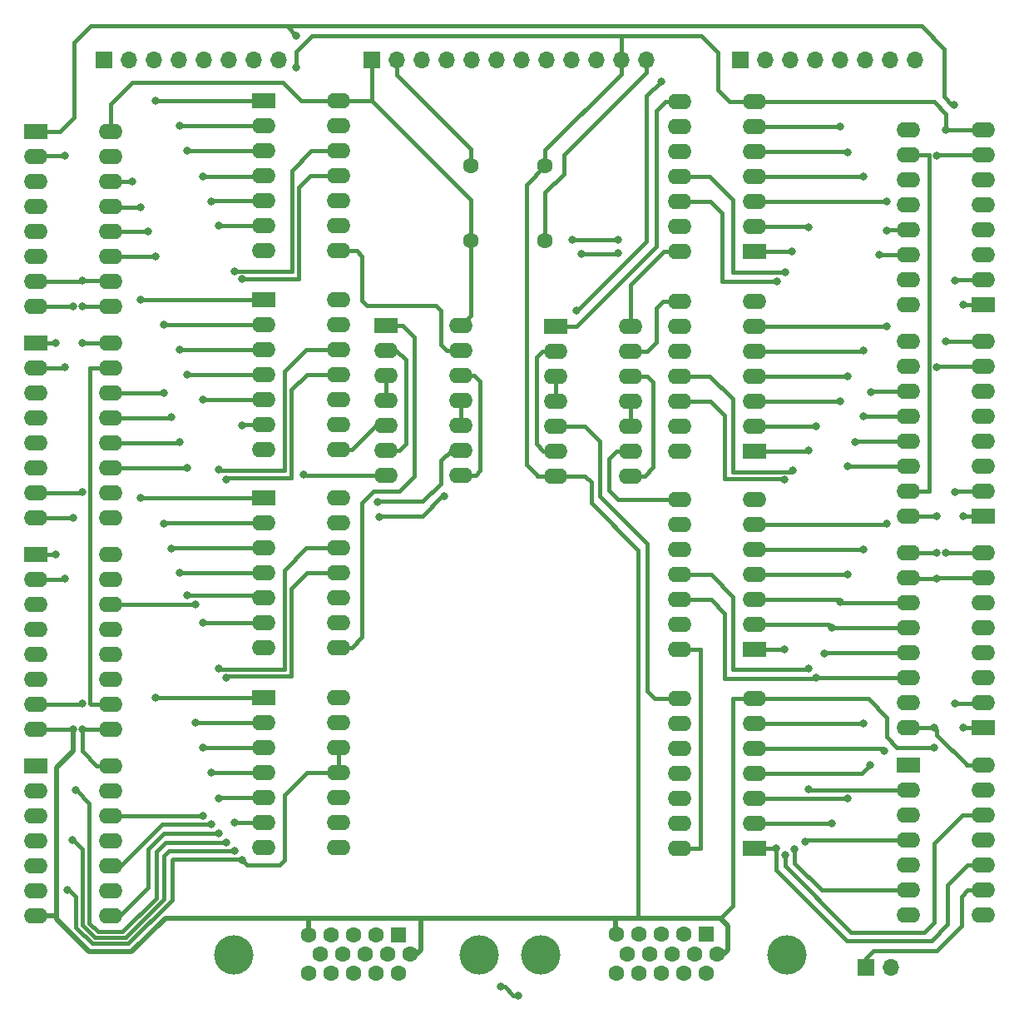
<source format=gbr>
%TF.GenerationSoftware,KiCad,Pcbnew,(6.0.5)*%
%TF.CreationDate,2023-01-07T10:16:58+02:00*%
%TF.ProjectId,VIDEOCARD_SCREENSYNC2.0,56494445-4f43-4415-9244-5f5343524545,rev?*%
%TF.SameCoordinates,Original*%
%TF.FileFunction,Copper,L1,Top*%
%TF.FilePolarity,Positive*%
%FSLAX46Y46*%
G04 Gerber Fmt 4.6, Leading zero omitted, Abs format (unit mm)*
G04 Created by KiCad (PCBNEW (6.0.5)) date 2023-01-07 10:16:58*
%MOMM*%
%LPD*%
G01*
G04 APERTURE LIST*
%TA.AperFunction,ComponentPad*%
%ADD10R,1.700000X1.700000*%
%TD*%
%TA.AperFunction,ComponentPad*%
%ADD11O,1.700000X1.700000*%
%TD*%
%TA.AperFunction,ComponentPad*%
%ADD12R,2.400000X1.600000*%
%TD*%
%TA.AperFunction,ComponentPad*%
%ADD13O,2.400000X1.600000*%
%TD*%
%TA.AperFunction,ComponentPad*%
%ADD14C,4.000000*%
%TD*%
%TA.AperFunction,ComponentPad*%
%ADD15R,1.600000X1.600000*%
%TD*%
%TA.AperFunction,ComponentPad*%
%ADD16C,1.600000*%
%TD*%
%TA.AperFunction,ViaPad*%
%ADD17C,0.800000*%
%TD*%
%TA.AperFunction,Conductor*%
%ADD18C,0.400000*%
%TD*%
%TA.AperFunction,Conductor*%
%ADD19C,0.500000*%
%TD*%
%TA.AperFunction,Conductor*%
%ADD20C,0.150000*%
%TD*%
%TA.AperFunction,Conductor*%
%ADD21C,0.300000*%
%TD*%
G04 APERTURE END LIST*
D10*
%TO.P,REF\u002A\u002A,1*%
%TO.N,N/C*%
X179725000Y-144600000D03*
D11*
%TO.P,REF\u002A\u002A,2*%
X182265000Y-144600000D03*
%TD*%
D12*
%TO.P,74LS161,1*%
%TO.N,N/C*%
X191700000Y-77270000D03*
D13*
%TO.P,74LS161,2*%
X191700000Y-74730000D03*
%TO.P,74LS161,3*%
X191700000Y-72190000D03*
%TO.P,74LS161,4*%
X191700000Y-69650000D03*
%TO.P,74LS161,5*%
X191700000Y-67110000D03*
%TO.P,74LS161,6*%
X191700000Y-64570000D03*
%TO.P,74LS161,7*%
X191700000Y-62030000D03*
%TO.P,74LS161,8*%
X191700000Y-59490000D03*
%TO.P,74LS161,9*%
X184080000Y-59490000D03*
%TO.P,74LS161,10*%
X184080000Y-62030000D03*
%TO.P,74LS161,11*%
X184080000Y-64570000D03*
%TO.P,74LS161,12*%
X184080000Y-67110000D03*
%TO.P,74LS161,13*%
X184080000Y-69650000D03*
%TO.P,74LS161,14*%
X184080000Y-72190000D03*
%TO.P,74LS161,15*%
X184080000Y-74730000D03*
%TO.P,74LS161,16*%
X184080000Y-77270000D03*
%TD*%
D12*
%TO.P,74LS161,1*%
%TO.N,N/C*%
X95300000Y-102600000D03*
D13*
%TO.P,74LS161,2*%
X95300000Y-105140000D03*
%TO.P,74LS161,3*%
X95300000Y-107680000D03*
%TO.P,74LS161,4*%
X95300000Y-110220000D03*
%TO.P,74LS161,5*%
X95300000Y-112760000D03*
%TO.P,74LS161,6*%
X95300000Y-115300000D03*
%TO.P,74LS161,7*%
X95300000Y-117840000D03*
%TO.P,74LS161,8*%
X95300000Y-120380000D03*
%TO.P,74LS161,9*%
X102920000Y-120380000D03*
%TO.P,74LS161,10*%
X102920000Y-117840000D03*
%TO.P,74LS161,11*%
X102920000Y-115300000D03*
%TO.P,74LS161,12*%
X102920000Y-112760000D03*
%TO.P,74LS161,13*%
X102920000Y-110220000D03*
%TO.P,74LS161,14*%
X102920000Y-107680000D03*
%TO.P,74LS161,15*%
X102920000Y-105140000D03*
%TO.P,74LS161,16*%
X102920000Y-102600000D03*
%TD*%
D10*
%TO.P,REF\u002A\u002A,1*%
%TO.N,N/C*%
X129445000Y-52305000D03*
D11*
%TO.P,REF\u002A\u002A,2*%
X131985000Y-52305000D03*
%TO.P,REF\u002A\u002A,3*%
X134525000Y-52305000D03*
%TO.P,REF\u002A\u002A,4*%
X137065000Y-52305000D03*
%TO.P,REF\u002A\u002A,5*%
X139605000Y-52305000D03*
%TO.P,REF\u002A\u002A,6*%
X142145000Y-52305000D03*
%TO.P,REF\u002A\u002A,7*%
X144685000Y-52305000D03*
%TO.P,REF\u002A\u002A,8*%
X147225000Y-52305000D03*
%TO.P,REF\u002A\u002A,9*%
X149765000Y-52305000D03*
%TO.P,REF\u002A\u002A,10*%
X152305000Y-52305000D03*
%TO.P,REF\u002A\u002A,11*%
X154845000Y-52305000D03*
%TO.P,REF\u002A\u002A,12*%
X157385000Y-52305000D03*
%TD*%
D12*
%TO.P,74LS30,1*%
%TO.N,N/C*%
X168400000Y-71820000D03*
D13*
%TO.P,74LS30,2*%
X168400000Y-69280000D03*
%TO.P,74LS30,3*%
X168400000Y-66740000D03*
%TO.P,74LS30,4*%
X168400000Y-64200000D03*
%TO.P,74LS30,5*%
X168400000Y-61660000D03*
%TO.P,74LS30,6*%
X168400000Y-59120000D03*
%TO.P,74LS30,7*%
X168400000Y-56580000D03*
%TO.P,74LS30,8*%
X160780000Y-56580000D03*
%TO.P,74LS30,9*%
X160780000Y-59120000D03*
%TO.P,74LS30,10*%
X160780000Y-61660000D03*
%TO.P,74LS30,11*%
X160780000Y-64200000D03*
%TO.P,74LS30,12*%
X160780000Y-66740000D03*
%TO.P,74LS30,13*%
X160780000Y-69280000D03*
%TO.P,74LS30,14*%
X160780000Y-71820000D03*
%TD*%
D12*
%TO.P,74LS30,1*%
%TO.N,N/C*%
X168400000Y-132520000D03*
D13*
%TO.P,74LS30,2*%
X168400000Y-129980000D03*
%TO.P,74LS30,3*%
X168400000Y-127440000D03*
%TO.P,74LS30,4*%
X168400000Y-124900000D03*
%TO.P,74LS30,5*%
X168400000Y-122360000D03*
%TO.P,74LS30,6*%
X168400000Y-119820000D03*
%TO.P,74LS30,7*%
X168400000Y-117280000D03*
%TO.P,74LS30,8*%
X160780000Y-117280000D03*
%TO.P,74LS30,9*%
X160780000Y-119820000D03*
%TO.P,74LS30,10*%
X160780000Y-122360000D03*
%TO.P,74LS30,11*%
X160780000Y-124900000D03*
%TO.P,74LS30,12*%
X160780000Y-127440000D03*
%TO.P,74LS30,13*%
X160780000Y-129980000D03*
%TO.P,74LS30,14*%
X160780000Y-132520000D03*
%TD*%
D10*
%TO.P,REF\u002A\u002A,1*%
%TO.N,N/C*%
X166945000Y-52305000D03*
D11*
%TO.P,REF\u002A\u002A,2*%
X169485000Y-52305000D03*
%TO.P,REF\u002A\u002A,3*%
X172025000Y-52305000D03*
%TO.P,REF\u002A\u002A,4*%
X174565000Y-52305000D03*
%TO.P,REF\u002A\u002A,5*%
X177105000Y-52305000D03*
%TO.P,REF\u002A\u002A,6*%
X179645000Y-52305000D03*
%TO.P,REF\u002A\u002A,7*%
X182185000Y-52305000D03*
%TO.P,REF\u002A\u002A,8*%
X184725000Y-52305000D03*
%TD*%
D12*
%TO.P,74LS00,1*%
%TO.N,N/C*%
X148220000Y-79405000D03*
D13*
%TO.P,74LS00,2*%
X148220000Y-81945000D03*
%TO.P,74LS00,3*%
X148220000Y-84485000D03*
%TO.P,74LS00,4*%
X148220000Y-87025000D03*
%TO.P,74LS00,5*%
X148220000Y-89565000D03*
%TO.P,74LS00,6*%
X148220000Y-92105000D03*
%TO.P,74LS00,7*%
X148220000Y-94645000D03*
%TO.P,74LS00,8*%
X155840000Y-94645000D03*
%TO.P,74LS00,9*%
X155840000Y-92105000D03*
%TO.P,74LS00,10*%
X155840000Y-89565000D03*
%TO.P,74LS00,11*%
X155840000Y-87025000D03*
%TO.P,74LS00,12*%
X155840000Y-84485000D03*
%TO.P,74LS00,13*%
X155840000Y-81945000D03*
%TO.P,74LS00,14*%
X155840000Y-79405000D03*
%TD*%
D12*
%TO.P,74LS30,1*%
%TO.N,N/C*%
X118500000Y-56500000D03*
D13*
%TO.P,74LS30,2*%
X118500000Y-59040000D03*
%TO.P,74LS30,3*%
X118500000Y-61580000D03*
%TO.P,74LS30,4*%
X118500000Y-64120000D03*
%TO.P,74LS30,5*%
X118500000Y-66660000D03*
%TO.P,74LS30,6*%
X118500000Y-69200000D03*
%TO.P,74LS30,7*%
X118500000Y-71740000D03*
%TO.P,74LS30,8*%
X126120000Y-71740000D03*
%TO.P,74LS30,9*%
X126120000Y-69200000D03*
%TO.P,74LS30,10*%
X126120000Y-66660000D03*
%TO.P,74LS30,11*%
X126120000Y-64120000D03*
%TO.P,74LS30,12*%
X126120000Y-61580000D03*
%TO.P,74LS30,13*%
X126120000Y-59040000D03*
%TO.P,74LS30,14*%
X126120000Y-56500000D03*
%TD*%
D12*
%TO.P,74LS00,1*%
%TO.N,N/C*%
X130920000Y-79330000D03*
D13*
%TO.P,74LS00,2*%
X130920000Y-81870000D03*
%TO.P,74LS00,3*%
X130920000Y-84410000D03*
%TO.P,74LS00,4*%
X130920000Y-86950000D03*
%TO.P,74LS00,5*%
X130920000Y-89490000D03*
%TO.P,74LS00,6*%
X130920000Y-92030000D03*
%TO.P,74LS00,7*%
X130920000Y-94570000D03*
%TO.P,74LS00,8*%
X138540000Y-94570000D03*
%TO.P,74LS00,9*%
X138540000Y-92030000D03*
%TO.P,74LS00,10*%
X138540000Y-89490000D03*
%TO.P,74LS00,11*%
X138540000Y-86950000D03*
%TO.P,74LS00,12*%
X138540000Y-84410000D03*
%TO.P,74LS00,13*%
X138540000Y-81870000D03*
%TO.P,74LS00,14*%
X138540000Y-79330000D03*
%TD*%
D12*
%TO.P,74LS161,1*%
%TO.N,N/C*%
X191700000Y-98770000D03*
D13*
%TO.P,74LS161,2*%
X191700000Y-96230000D03*
%TO.P,74LS161,3*%
X191700000Y-93690000D03*
%TO.P,74LS161,4*%
X191700000Y-91150000D03*
%TO.P,74LS161,5*%
X191700000Y-88610000D03*
%TO.P,74LS161,6*%
X191700000Y-86070000D03*
%TO.P,74LS161,7*%
X191700000Y-83530000D03*
%TO.P,74LS161,8*%
X191700000Y-80990000D03*
%TO.P,74LS161,9*%
X184080000Y-80990000D03*
%TO.P,74LS161,10*%
X184080000Y-83530000D03*
%TO.P,74LS161,11*%
X184080000Y-86070000D03*
%TO.P,74LS161,12*%
X184080000Y-88610000D03*
%TO.P,74LS161,13*%
X184080000Y-91150000D03*
%TO.P,74LS161,14*%
X184080000Y-93690000D03*
%TO.P,74LS161,15*%
X184080000Y-96230000D03*
%TO.P,74LS161,16*%
X184080000Y-98770000D03*
%TD*%
D12*
%TO.P,74LS161,1*%
%TO.N,N/C*%
X191700000Y-120270000D03*
D13*
%TO.P,74LS161,2*%
X191700000Y-117730000D03*
%TO.P,74LS161,3*%
X191700000Y-115190000D03*
%TO.P,74LS161,4*%
X191700000Y-112650000D03*
%TO.P,74LS161,5*%
X191700000Y-110110000D03*
%TO.P,74LS161,6*%
X191700000Y-107570000D03*
%TO.P,74LS161,7*%
X191700000Y-105030000D03*
%TO.P,74LS161,8*%
X191700000Y-102490000D03*
%TO.P,74LS161,9*%
X184080000Y-102490000D03*
%TO.P,74LS161,10*%
X184080000Y-105030000D03*
%TO.P,74LS161,11*%
X184080000Y-107570000D03*
%TO.P,74LS161,12*%
X184080000Y-110110000D03*
%TO.P,74LS161,13*%
X184080000Y-112650000D03*
%TO.P,74LS161,14*%
X184080000Y-115190000D03*
%TO.P,74LS161,15*%
X184080000Y-117730000D03*
%TO.P,74LS161,16*%
X184080000Y-120270000D03*
%TD*%
D12*
%TO.P,74LS04,1*%
%TO.N,N/C*%
X95300000Y-124100000D03*
D13*
%TO.P,74LS04,2*%
X95300000Y-126640000D03*
%TO.P,74LS04,3*%
X95300000Y-129180000D03*
%TO.P,74LS04,4*%
X95300000Y-131720000D03*
%TO.P,74LS04,5*%
X95300000Y-134260000D03*
%TO.P,74LS04,6*%
X95300000Y-136800000D03*
%TO.P,74LS04,7*%
X95300000Y-139340000D03*
%TO.P,74LS04,8*%
X102920000Y-139340000D03*
%TO.P,74LS04,9*%
X102920000Y-136800000D03*
%TO.P,74LS04,10*%
X102920000Y-134260000D03*
%TO.P,74LS04,11*%
X102920000Y-131720000D03*
%TO.P,74LS04,12*%
X102920000Y-129180000D03*
%TO.P,74LS04,13*%
X102920000Y-126640000D03*
%TO.P,74LS04,14*%
X102920000Y-124100000D03*
%TD*%
D14*
%TO.P,VGA PORT 1,0*%
%TO.N,N/C*%
X115395000Y-143330000D03*
X140395000Y-143330000D03*
D15*
%TO.P,VGA PORT 1,1*%
X132210000Y-141280000D03*
D16*
%TO.P,VGA PORT 1,2*%
X129920000Y-141280000D03*
%TO.P,VGA PORT 1,3*%
X127630000Y-141280000D03*
%TO.P,VGA PORT 1,4*%
X125340000Y-141280000D03*
%TO.P,VGA PORT 1,5*%
X123050000Y-141280000D03*
%TO.P,VGA PORT 1,6*%
X133355000Y-143260000D03*
%TO.P,VGA PORT 1,7*%
X131065000Y-143260000D03*
%TO.P,VGA PORT 1,8*%
X128775000Y-143260000D03*
%TO.P,VGA PORT 1,9*%
X126485000Y-143260000D03*
%TO.P,VGA PORT 1,10*%
X124195000Y-143260000D03*
%TO.P,VGA PORT 1,11*%
X132210000Y-145240000D03*
%TO.P,VGA PORT 1,12*%
X129920000Y-145240000D03*
%TO.P,VGA PORT 1,13*%
X127630000Y-145240000D03*
%TO.P,VGA PORT 1,14*%
X125340000Y-145240000D03*
%TO.P,VGA PORT 1,15*%
X123050000Y-145240000D03*
%TD*%
D12*
%TO.P,74LS30,1*%
%TO.N,N/C*%
X168400000Y-92120000D03*
D13*
%TO.P,74LS30,2*%
X168400000Y-89580000D03*
%TO.P,74LS30,3*%
X168400000Y-87040000D03*
%TO.P,74LS30,4*%
X168400000Y-84500000D03*
%TO.P,74LS30,5*%
X168400000Y-81960000D03*
%TO.P,74LS30,6*%
X168400000Y-79420000D03*
%TO.P,74LS30,7*%
X168400000Y-76880000D03*
%TO.P,74LS30,8*%
X160780000Y-76880000D03*
%TO.P,74LS30,9*%
X160780000Y-79420000D03*
%TO.P,74LS30,10*%
X160780000Y-81960000D03*
%TO.P,74LS30,11*%
X160780000Y-84500000D03*
%TO.P,74LS30,12*%
X160780000Y-87040000D03*
%TO.P,74LS30,13*%
X160780000Y-89580000D03*
%TO.P,74LS30,14*%
X160780000Y-92120000D03*
%TD*%
D12*
%TO.P,74LS04,1*%
%TO.N,N/C*%
X184100000Y-124090000D03*
D13*
%TO.P,74LS04,2*%
X184100000Y-126630000D03*
%TO.P,74LS04,3*%
X184100000Y-129170000D03*
%TO.P,74LS04,4*%
X184100000Y-131710000D03*
%TO.P,74LS04,5*%
X184100000Y-134250000D03*
%TO.P,74LS04,6*%
X184100000Y-136790000D03*
%TO.P,74LS04,7*%
X184100000Y-139330000D03*
%TO.P,74LS04,8*%
X191720000Y-139330000D03*
%TO.P,74LS04,9*%
X191720000Y-136790000D03*
%TO.P,74LS04,10*%
X191720000Y-134250000D03*
%TO.P,74LS04,11*%
X191720000Y-131710000D03*
%TO.P,74LS04,12*%
X191720000Y-129170000D03*
%TO.P,74LS04,13*%
X191720000Y-126630000D03*
%TO.P,74LS04,14*%
X191720000Y-124090000D03*
%TD*%
D10*
%TO.P,REF\u002A\u002A,1*%
%TO.N,N/C*%
X102220000Y-52330000D03*
D11*
%TO.P,REF\u002A\u002A,2*%
X104760000Y-52330000D03*
%TO.P,REF\u002A\u002A,3*%
X107300000Y-52330000D03*
%TO.P,REF\u002A\u002A,4*%
X109840000Y-52330000D03*
%TO.P,REF\u002A\u002A,5*%
X112380000Y-52330000D03*
%TO.P,REF\u002A\u002A,6*%
X114920000Y-52330000D03*
%TO.P,REF\u002A\u002A,7*%
X117460000Y-52330000D03*
%TO.P,REF\u002A\u002A,8*%
X120000000Y-52330000D03*
%TD*%
D12*
%TO.P,74LS161,1*%
%TO.N,N/C*%
X95300000Y-59600000D03*
D13*
%TO.P,74LS161,2*%
X95300000Y-62140000D03*
%TO.P,74LS161,3*%
X95300000Y-64680000D03*
%TO.P,74LS161,4*%
X95300000Y-67220000D03*
%TO.P,74LS161,5*%
X95300000Y-69760000D03*
%TO.P,74LS161,6*%
X95300000Y-72300000D03*
%TO.P,74LS161,7*%
X95300000Y-74840000D03*
%TO.P,74LS161,8*%
X95300000Y-77380000D03*
%TO.P,74LS161,9*%
X102920000Y-77380000D03*
%TO.P,74LS161,10*%
X102920000Y-74840000D03*
%TO.P,74LS161,11*%
X102920000Y-72300000D03*
%TO.P,74LS161,12*%
X102920000Y-69760000D03*
%TO.P,74LS161,13*%
X102920000Y-67220000D03*
%TO.P,74LS161,14*%
X102920000Y-64680000D03*
%TO.P,74LS161,15*%
X102920000Y-62140000D03*
%TO.P,74LS161,16*%
X102920000Y-59600000D03*
%TD*%
D14*
%TO.P,VGA PORT 2,0*%
%TO.N,N/C*%
X146690000Y-143320000D03*
X171690000Y-143320000D03*
D15*
%TO.P,VGA PORT 2,1*%
X163505000Y-141270000D03*
D16*
%TO.P,VGA PORT 2,2*%
X161215000Y-141270000D03*
%TO.P,VGA PORT 2,3*%
X158925000Y-141270000D03*
%TO.P,VGA PORT 2,4*%
X156635000Y-141270000D03*
%TO.P,VGA PORT 2,5*%
X154345000Y-141270000D03*
%TO.P,VGA PORT 2,6*%
X164650000Y-143250000D03*
%TO.P,VGA PORT 2,7*%
X162360000Y-143250000D03*
%TO.P,VGA PORT 2,8*%
X160070000Y-143250000D03*
%TO.P,VGA PORT 2,9*%
X157780000Y-143250000D03*
%TO.P,VGA PORT 2,10*%
X155490000Y-143250000D03*
%TO.P,VGA PORT 2,11*%
X163505000Y-145230000D03*
%TO.P,VGA PORT 2,12*%
X161215000Y-145230000D03*
%TO.P,VGA PORT 2,13*%
X158925000Y-145230000D03*
%TO.P,VGA PORT 2,14*%
X156635000Y-145230000D03*
%TO.P,VGA PORT 2,15*%
X154345000Y-145230000D03*
%TD*%
D12*
%TO.P,74LS30,1*%
%TO.N,N/C*%
X118500000Y-96900000D03*
D13*
%TO.P,74LS30,2*%
X118500000Y-99440000D03*
%TO.P,74LS30,3*%
X118500000Y-101980000D03*
%TO.P,74LS30,4*%
X118500000Y-104520000D03*
%TO.P,74LS30,5*%
X118500000Y-107060000D03*
%TO.P,74LS30,6*%
X118500000Y-109600000D03*
%TO.P,74LS30,7*%
X118500000Y-112140000D03*
%TO.P,74LS30,8*%
X126120000Y-112140000D03*
%TO.P,74LS30,9*%
X126120000Y-109600000D03*
%TO.P,74LS30,10*%
X126120000Y-107060000D03*
%TO.P,74LS30,11*%
X126120000Y-104520000D03*
%TO.P,74LS30,12*%
X126120000Y-101980000D03*
%TO.P,74LS30,13*%
X126120000Y-99440000D03*
%TO.P,74LS30,14*%
X126120000Y-96900000D03*
%TD*%
D12*
%TO.P,74LS30,1*%
%TO.N,N/C*%
X118500000Y-76700000D03*
D13*
%TO.P,74LS30,2*%
X118500000Y-79240000D03*
%TO.P,74LS30,3*%
X118500000Y-81780000D03*
%TO.P,74LS30,4*%
X118500000Y-84320000D03*
%TO.P,74LS30,5*%
X118500000Y-86860000D03*
%TO.P,74LS30,6*%
X118500000Y-89400000D03*
%TO.P,74LS30,7*%
X118500000Y-91940000D03*
%TO.P,74LS30,8*%
X126120000Y-91940000D03*
%TO.P,74LS30,9*%
X126120000Y-89400000D03*
%TO.P,74LS30,10*%
X126120000Y-86860000D03*
%TO.P,74LS30,11*%
X126120000Y-84320000D03*
%TO.P,74LS30,12*%
X126120000Y-81780000D03*
%TO.P,74LS30,13*%
X126120000Y-79240000D03*
%TO.P,74LS30,14*%
X126120000Y-76700000D03*
%TD*%
D12*
%TO.P,74LS30,1*%
%TO.N,N/C*%
X168400000Y-112320000D03*
D13*
%TO.P,74LS30,2*%
X168400000Y-109780000D03*
%TO.P,74LS30,3*%
X168400000Y-107240000D03*
%TO.P,74LS30,4*%
X168400000Y-104700000D03*
%TO.P,74LS30,5*%
X168400000Y-102160000D03*
%TO.P,74LS30,6*%
X168400000Y-99620000D03*
%TO.P,74LS30,7*%
X168400000Y-97080000D03*
%TO.P,74LS30,8*%
X160780000Y-97080000D03*
%TO.P,74LS30,9*%
X160780000Y-99620000D03*
%TO.P,74LS30,10*%
X160780000Y-102160000D03*
%TO.P,74LS30,11*%
X160780000Y-104700000D03*
%TO.P,74LS30,12*%
X160780000Y-107240000D03*
%TO.P,74LS30,13*%
X160780000Y-109780000D03*
%TO.P,74LS30,14*%
X160780000Y-112320000D03*
%TD*%
D12*
%TO.P,74LS30,1*%
%TO.N,N/C*%
X118500000Y-117200000D03*
D13*
%TO.P,74LS30,2*%
X118500000Y-119740000D03*
%TO.P,74LS30,3*%
X118500000Y-122280000D03*
%TO.P,74LS30,4*%
X118500000Y-124820000D03*
%TO.P,74LS30,5*%
X118500000Y-127360000D03*
%TO.P,74LS30,6*%
X118500000Y-129900000D03*
%TO.P,74LS30,7*%
X118500000Y-132440000D03*
%TO.P,74LS30,8*%
X126120000Y-132440000D03*
%TO.P,74LS30,9*%
X126120000Y-129900000D03*
%TO.P,74LS30,10*%
X126120000Y-127360000D03*
%TO.P,74LS30,11*%
X126120000Y-124820000D03*
%TO.P,74LS30,12*%
X126120000Y-122280000D03*
%TO.P,74LS30,13*%
X126120000Y-119740000D03*
%TO.P,74LS30,14*%
X126120000Y-117200000D03*
%TD*%
D12*
%TO.P,74LS161,1*%
%TO.N,N/C*%
X95300000Y-81100000D03*
D13*
%TO.P,74LS161,2*%
X95300000Y-83640000D03*
%TO.P,74LS161,3*%
X95300000Y-86180000D03*
%TO.P,74LS161,4*%
X95300000Y-88720000D03*
%TO.P,74LS161,5*%
X95300000Y-91260000D03*
%TO.P,74LS161,6*%
X95300000Y-93800000D03*
%TO.P,74LS161,7*%
X95300000Y-96340000D03*
%TO.P,74LS161,8*%
X95300000Y-98880000D03*
%TO.P,74LS161,9*%
X102920000Y-98880000D03*
%TO.P,74LS161,10*%
X102920000Y-96340000D03*
%TO.P,74LS161,11*%
X102920000Y-93800000D03*
%TO.P,74LS161,12*%
X102920000Y-91260000D03*
%TO.P,74LS161,13*%
X102920000Y-88720000D03*
%TO.P,74LS161,14*%
X102920000Y-86180000D03*
%TO.P,74LS161,15*%
X102920000Y-83640000D03*
%TO.P,74LS161,16*%
X102920000Y-81100000D03*
%TD*%
D16*
%TO.P,,3*%
%TO.N,N/C*%
X147120000Y-63130000D03*
%TD*%
%TO.P,,4*%
%TO.N,N/C*%
X147120000Y-70730000D03*
%TD*%
%TO.P,,2*%
%TO.N,N/C*%
X139520000Y-63130000D03*
%TD*%
%TO.P,,1*%
%TO.N,N/C*%
X139520000Y-70730000D03*
%TD*%
D17*
%TO.N,*%
X158900000Y-54500000D03*
X188700000Y-56900000D03*
X154500000Y-72000000D03*
X130200000Y-98800000D03*
X154500000Y-70600000D03*
X150300000Y-77800000D03*
X136800000Y-96700000D03*
X149900000Y-70600000D03*
X150800000Y-72100000D03*
X121800000Y-49900000D03*
X121800000Y-53100000D03*
X177900000Y-104650000D03*
X187000000Y-102470000D03*
X97300000Y-102600000D03*
X111500000Y-119700000D03*
X144400000Y-147500000D03*
X112300000Y-122300000D03*
X173900000Y-114250000D03*
X173900000Y-92050000D03*
X177900000Y-93690000D03*
X170700000Y-74820000D03*
X113100000Y-66700000D03*
X99020000Y-131700000D03*
X181100000Y-72190000D03*
X109900000Y-91200000D03*
X108300000Y-99500000D03*
X109900000Y-59000000D03*
X98200000Y-62100000D03*
X171500000Y-95050000D03*
X108300000Y-79300000D03*
X181900000Y-79420000D03*
X179500000Y-88590000D03*
X142600000Y-146600000D03*
X110700000Y-93800000D03*
X179500000Y-81920000D03*
X100000000Y-74800000D03*
X181600000Y-122600000D03*
X186700000Y-120200000D03*
X114700000Y-95000000D03*
X172220000Y-71830000D03*
X187900000Y-80970000D03*
X174700000Y-89620000D03*
X170620000Y-132530000D03*
X105900000Y-76700000D03*
X187000000Y-83570000D03*
X112300000Y-129200000D03*
X171520000Y-73930000D03*
X171520000Y-133230000D03*
X113900000Y-131000000D03*
X100000000Y-117800000D03*
X112300000Y-64200000D03*
X106700000Y-69800000D03*
X109900000Y-81800000D03*
X187000000Y-98770000D03*
X112300000Y-86900000D03*
X177900000Y-61710000D03*
X187900000Y-102470000D03*
X130100000Y-97300000D03*
X98200000Y-105100000D03*
X105100000Y-64700000D03*
X116300000Y-74600000D03*
X174700000Y-115190000D03*
X108300000Y-86200000D03*
X109900000Y-104500000D03*
X189700000Y-120270000D03*
X177100000Y-59110000D03*
X99320000Y-126630000D03*
X110700000Y-61600000D03*
X173620000Y-131800000D03*
X181900000Y-99510000D03*
X99100000Y-98900000D03*
X188800000Y-74770000D03*
X98520000Y-136730000D03*
X181900000Y-66740000D03*
X177100000Y-87020000D03*
X105900000Y-67300000D03*
X180300000Y-86090000D03*
X179500000Y-102150000D03*
X180180000Y-124090000D03*
X173920000Y-126530000D03*
X113900000Y-114200000D03*
X113100000Y-124800000D03*
X114700000Y-131900000D03*
X176300000Y-110090000D03*
X113100000Y-130100000D03*
X181900000Y-69690000D03*
X187000000Y-105070000D03*
X172520000Y-132630000D03*
X172300000Y-94050000D03*
X110700000Y-106800000D03*
X189700000Y-77270000D03*
X97300000Y-81100000D03*
X189700000Y-98770000D03*
X105900000Y-96900000D03*
X107500000Y-56500000D03*
X122520000Y-94530000D03*
X175500000Y-112690000D03*
X188800000Y-117770000D03*
X99100000Y-120400000D03*
X115500000Y-132800000D03*
X112300000Y-109600000D03*
X109100000Y-102000000D03*
X100000000Y-120400000D03*
X113900000Y-94000000D03*
X179500000Y-64150000D03*
X177920000Y-127430000D03*
X171500000Y-112310000D03*
X115500000Y-129900000D03*
X113900000Y-127400000D03*
X115500000Y-73800000D03*
X188800000Y-96270000D03*
X173900000Y-69320000D03*
X113900000Y-69200000D03*
X187000000Y-62070000D03*
X107500000Y-117200000D03*
X187900000Y-59470000D03*
X114700000Y-115200000D03*
X177100000Y-107420000D03*
X177900000Y-84510000D03*
X178700000Y-91190000D03*
X109100000Y-88700000D03*
X100000000Y-81100000D03*
X179500000Y-119830000D03*
X100000000Y-77400000D03*
X186720000Y-122230000D03*
X116300000Y-89500000D03*
X99100000Y-77400000D03*
X116300000Y-133700000D03*
X176300000Y-129950000D03*
X98200000Y-83600000D03*
X107500000Y-72300000D03*
X100000000Y-96300000D03*
X110700000Y-84300000D03*
X111500000Y-107700000D03*
%TD*%
D18*
%TO.N,*%
X166200000Y-117300000D02*
X166200000Y-138350000D01*
X166200000Y-138350000D02*
X164920000Y-139630000D01*
X168400000Y-117280000D02*
X166220000Y-117280000D01*
X166220000Y-117280000D02*
X166200000Y-117300000D01*
X154800000Y-49900000D02*
X154845000Y-49945000D01*
X123400000Y-49900000D02*
X154800000Y-49900000D01*
X154845000Y-49945000D02*
X154845000Y-52305000D01*
X121800000Y-51500000D02*
X123400000Y-49900000D01*
X121800000Y-53100000D02*
X121800000Y-51500000D01*
X154800000Y-49900000D02*
X163000000Y-49900000D01*
X139910000Y-84410000D02*
X138540000Y-84410000D01*
X160780000Y-117280000D02*
X158280000Y-117280000D01*
X131985000Y-53885000D02*
X131985000Y-52305000D01*
X139520000Y-63130000D02*
X139520000Y-61420000D01*
X139520000Y-61420000D02*
X131985000Y-53885000D01*
X154570000Y-97080000D02*
X153600000Y-96110000D01*
X154395000Y-92105000D02*
X155840000Y-92105000D01*
X153600000Y-92900000D02*
X154395000Y-92105000D01*
X153600000Y-96110000D02*
X153600000Y-92900000D01*
X160780000Y-97080000D02*
X154570000Y-97080000D01*
X147120000Y-70730000D02*
X147120000Y-65830000D01*
X146905000Y-92105000D02*
X146200000Y-91400000D01*
X147120000Y-63130000D02*
X147120000Y-61480000D01*
X157385000Y-53615000D02*
X157385000Y-52305000D01*
X147120000Y-65830000D02*
X149000000Y-63950000D01*
X149000000Y-62000000D02*
X157385000Y-53615000D01*
X159370000Y-56580000D02*
X158420000Y-57530000D01*
X160780000Y-56580000D02*
X159370000Y-56580000D01*
X150295000Y-79405000D02*
X148220000Y-79405000D01*
X158420000Y-57530000D02*
X158420000Y-71280000D01*
X149000000Y-63950000D02*
X149000000Y-62000000D01*
X158420000Y-71280000D02*
X150295000Y-79405000D01*
X154845000Y-53755000D02*
X154845000Y-52305000D01*
X146200000Y-82600000D02*
X146855000Y-81945000D01*
X147120000Y-61480000D02*
X154845000Y-53755000D01*
X146200000Y-91400000D02*
X146200000Y-82600000D01*
X146855000Y-81945000D02*
X148220000Y-81945000D01*
X148220000Y-92105000D02*
X146905000Y-92105000D01*
X136600000Y-96700000D02*
X136800000Y-96700000D01*
X130300000Y-98700000D02*
X134600000Y-98700000D01*
X134600000Y-98700000D02*
X136600000Y-96700000D01*
X130200000Y-98800000D02*
X130300000Y-98700000D01*
X150800000Y-72100000D02*
X154400000Y-72100000D01*
X165880000Y-56580000D02*
X168400000Y-56580000D01*
X164700000Y-51600000D02*
X164700000Y-55400000D01*
X163000000Y-49900000D02*
X164700000Y-51600000D01*
X154400000Y-72100000D02*
X154500000Y-72000000D01*
X164700000Y-55400000D02*
X165880000Y-56580000D01*
X140500000Y-94100000D02*
X140500000Y-85000000D01*
X140500000Y-85000000D02*
X139910000Y-84410000D01*
X140030000Y-94570000D02*
X140500000Y-94100000D01*
X138540000Y-94570000D02*
X140030000Y-94570000D01*
X157500000Y-101500000D02*
X152700000Y-96700000D01*
X152700000Y-96700000D02*
X152700000Y-91100000D01*
X157500000Y-116500000D02*
X157500000Y-101500000D01*
X158280000Y-117280000D02*
X157500000Y-116500000D01*
X151165000Y-89565000D02*
X148220000Y-89565000D01*
X152700000Y-91100000D02*
X151165000Y-89565000D01*
X170620000Y-134730000D02*
X177820000Y-141930000D01*
X170620000Y-132530000D02*
X170620000Y-134730000D01*
X186420000Y-141930000D02*
X188100000Y-140250000D01*
X188100000Y-136250000D02*
X190100000Y-134250000D01*
X177820000Y-141930000D02*
X186420000Y-141930000D01*
X188100000Y-140250000D02*
X188100000Y-136250000D01*
X190100000Y-134250000D02*
X191720000Y-134250000D01*
X133820000Y-80555000D02*
X133820000Y-94630000D01*
X186630000Y-120270000D02*
X186700000Y-120200000D01*
X184080000Y-120270000D02*
X186630000Y-120270000D01*
X179980000Y-117280000D02*
X168400000Y-117280000D01*
X181910000Y-121210000D02*
X181910000Y-119210000D01*
X172520000Y-134020000D02*
X175290000Y-136790000D01*
X172520000Y-132630000D02*
X172520000Y-134020000D01*
X186700000Y-132050000D02*
X189580000Y-129170000D01*
X185720000Y-141030000D02*
X186700000Y-140050000D01*
X178220000Y-141030000D02*
X185720000Y-141030000D01*
X171520000Y-133230000D02*
X171520000Y-134330000D01*
X189580000Y-129170000D02*
X191720000Y-129170000D01*
X181600000Y-122600000D02*
X181360000Y-122360000D01*
X182930000Y-122230000D02*
X181910000Y-121210000D01*
X181360000Y-122360000D02*
X168400000Y-122360000D01*
X187000000Y-121020000D02*
X187000000Y-120500000D01*
X181910000Y-119210000D02*
X179980000Y-117280000D01*
X175290000Y-136790000D02*
X184100000Y-136790000D01*
X186700000Y-140050000D02*
X186700000Y-132050000D01*
X171520000Y-134330000D02*
X178220000Y-141030000D01*
X190070000Y-124090000D02*
X187000000Y-121020000D01*
X187000000Y-120500000D02*
X186700000Y-120200000D01*
X186720000Y-122230000D02*
X182930000Y-122230000D01*
X188700000Y-56900000D02*
X188500000Y-56900000D01*
X187700000Y-56100000D02*
X187700000Y-51200000D01*
X187900000Y-59470000D02*
X187900000Y-57800000D01*
X186680000Y-56580000D02*
X168400000Y-56580000D01*
X187900000Y-57800000D02*
X186680000Y-56580000D01*
X191720000Y-136790000D02*
X190110000Y-136790000D01*
X189500000Y-137400000D02*
X189500000Y-140400000D01*
X189500000Y-140400000D02*
X187000000Y-142900000D01*
X179725000Y-143675000D02*
X179725000Y-144600000D01*
X187000000Y-142900000D02*
X180500000Y-142900000D01*
X180500000Y-142900000D02*
X179725000Y-143675000D01*
X190110000Y-136790000D02*
X189500000Y-137400000D01*
X137570000Y-92030000D02*
X138540000Y-92030000D01*
X134670000Y-97230000D02*
X136500000Y-95400000D01*
X136500000Y-95400000D02*
X136500000Y-93100000D01*
X130100000Y-97300000D02*
X130170000Y-97230000D01*
X130170000Y-97230000D02*
X134670000Y-97230000D01*
X136500000Y-93100000D02*
X137570000Y-92030000D01*
X132250000Y-96200000D02*
X129650000Y-96200000D01*
X128500000Y-111050000D02*
X127410000Y-112140000D01*
X128500000Y-97350000D02*
X128500000Y-111050000D01*
X132595000Y-79330000D02*
X133820000Y-80555000D01*
X130920000Y-79330000D02*
X132595000Y-79330000D01*
X127410000Y-112140000D02*
X126120000Y-112140000D01*
X133820000Y-94630000D02*
X132250000Y-96200000D01*
X129650000Y-96200000D02*
X128500000Y-97350000D01*
X188500000Y-56900000D02*
X187700000Y-56100000D01*
X185400000Y-48900000D02*
X120400000Y-48900000D01*
X187700000Y-51200000D02*
X185400000Y-48900000D01*
X173620000Y-131800000D02*
X173710000Y-131710000D01*
X173710000Y-131710000D02*
X184100000Y-131710000D01*
X166200000Y-73920000D02*
X166200000Y-66520000D01*
X102920000Y-129180000D02*
X112280000Y-129180000D01*
X181790000Y-99620000D02*
X181900000Y-99510000D01*
X189700000Y-77270000D02*
X191700000Y-77270000D01*
X129440000Y-56500000D02*
X129445000Y-56505000D01*
X123320000Y-61580000D02*
X126120000Y-61580000D01*
X120600000Y-104200000D02*
X122820000Y-101980000D01*
X99320000Y-140520000D02*
X101000000Y-142200000D01*
X102920000Y-59600000D02*
X102920000Y-56830000D01*
X187900000Y-59470000D02*
X188800000Y-59470000D01*
D19*
X99100000Y-122650000D02*
X97420000Y-124330000D01*
D18*
X188840000Y-74730000D02*
X188800000Y-74770000D01*
X109900000Y-91200000D02*
X109840000Y-91260000D01*
X163980000Y-104700000D02*
X160880000Y-104700000D01*
X99100000Y-120400000D02*
X98200000Y-120400000D01*
X166200000Y-66520000D02*
X163880000Y-64200000D01*
X184080000Y-96230000D02*
X186140000Y-96230000D01*
X126120000Y-91940000D02*
X127410000Y-91940000D01*
X100000000Y-122610000D02*
X100000000Y-120400000D01*
X102940000Y-131700000D02*
X102920000Y-131720000D01*
X107500000Y-56500000D02*
X118500000Y-56500000D01*
X178740000Y-91150000D02*
X178700000Y-91190000D01*
X121300000Y-115000000D02*
X114700000Y-115000000D01*
X108320000Y-133280000D02*
X108800000Y-132800000D01*
X190070000Y-124090000D02*
X189990000Y-124010000D01*
D19*
X100720000Y-143030000D02*
X97420000Y-139730000D01*
D18*
X174660000Y-89580000D02*
X174700000Y-89620000D01*
X118500000Y-104520000D02*
X109900000Y-104520000D01*
X98620000Y-136730000D02*
X99320000Y-137430000D01*
X146355000Y-94605000D02*
X146355000Y-94645000D01*
X145200000Y-93450000D02*
X146355000Y-94605000D01*
X99200000Y-58150000D02*
X97750000Y-59600000D01*
X145200000Y-65050000D02*
X145200000Y-93450000D01*
X100850000Y-48900000D02*
X99200000Y-50550000D01*
X120800000Y-48900000D02*
X100850000Y-48900000D01*
X146355000Y-94645000D02*
X148220000Y-94645000D01*
X121800000Y-49900000D02*
X120800000Y-48900000D01*
X99200000Y-50550000D02*
X99200000Y-58150000D01*
X97750000Y-59600000D02*
X95300000Y-59600000D01*
X147120000Y-63130000D02*
X145200000Y-65050000D01*
X139520000Y-70730000D02*
X139520000Y-78350000D01*
X126120000Y-71740000D02*
X127940000Y-71740000D01*
X128500000Y-76800000D02*
X129000000Y-77300000D01*
X137070000Y-81870000D02*
X138540000Y-81870000D01*
X136500000Y-81300000D02*
X137070000Y-81870000D01*
X136000000Y-77300000D02*
X136500000Y-77800000D01*
X127940000Y-71740000D02*
X128500000Y-72300000D01*
X139520000Y-78350000D02*
X138540000Y-79330000D01*
X128500000Y-72300000D02*
X128500000Y-76800000D01*
X136500000Y-77800000D02*
X136500000Y-81300000D01*
X129000000Y-77300000D02*
X136000000Y-77300000D01*
X149900000Y-70600000D02*
X154500000Y-70600000D01*
X151800000Y-95300000D02*
X151800000Y-97400000D01*
D19*
X156470000Y-139630000D02*
X164920000Y-139630000D01*
D18*
X156600000Y-139500000D02*
X156470000Y-139630000D01*
X156600000Y-102200000D02*
X156600000Y-139500000D01*
X148220000Y-94645000D02*
X151145000Y-94645000D01*
X151800000Y-97400000D02*
X156600000Y-102200000D01*
D19*
X155420000Y-139630000D02*
X156470000Y-139630000D01*
D18*
X151145000Y-94645000D02*
X151800000Y-95300000D01*
X139520000Y-66520000D02*
X139520000Y-70730000D01*
X129505000Y-56505000D02*
X139520000Y-66520000D01*
X129445000Y-56505000D02*
X129505000Y-56505000D01*
X116800000Y-134200000D02*
X116300000Y-133700000D01*
X120100000Y-134200000D02*
X116800000Y-134200000D01*
X120600000Y-133700000D02*
X120100000Y-134200000D01*
X122880000Y-124820000D02*
X120600000Y-127100000D01*
X143000000Y-146600000D02*
X143900000Y-147500000D01*
X126120000Y-124820000D02*
X122880000Y-124820000D01*
X143900000Y-147500000D02*
X144400000Y-147500000D01*
X142600000Y-146600000D02*
X143000000Y-146600000D01*
X120600000Y-127100000D02*
X120600000Y-133700000D01*
X157400000Y-70800000D02*
X150400000Y-77800000D01*
X157400000Y-56000000D02*
X157400000Y-70800000D01*
X150400000Y-77800000D02*
X150300000Y-77800000D01*
X158900000Y-54500000D02*
X157400000Y-56000000D01*
X118500000Y-127360000D02*
X113900000Y-127360000D01*
X102920000Y-83640000D02*
X100860000Y-83640000D01*
X95300000Y-77380000D02*
X99080000Y-77380000D01*
X116200000Y-133600000D02*
X116300000Y-133700000D01*
X105080000Y-64680000D02*
X105100000Y-64700000D01*
X166200000Y-106920000D02*
X163980000Y-104700000D01*
X166200000Y-114320000D02*
X166200000Y-106920000D01*
X120600000Y-84000000D02*
X122820000Y-81780000D01*
X102960000Y-69800000D02*
X102920000Y-69760000D01*
X100720000Y-127920000D02*
X100720000Y-140120000D01*
X168400000Y-124900000D02*
X179370000Y-124900000D01*
X129445000Y-52305000D02*
X129445000Y-56505000D01*
X118500000Y-64200000D02*
X118500000Y-64120000D01*
X184000000Y-112570000D02*
X184080000Y-112650000D01*
X98520000Y-136730000D02*
X98620000Y-136730000D01*
X118500000Y-84320000D02*
X110700000Y-84320000D01*
X170610000Y-132520000D02*
X168400000Y-132520000D01*
X168400000Y-112320000D02*
X171490000Y-112320000D01*
X98160000Y-83640000D02*
X98200000Y-83600000D01*
D19*
X108440000Y-139610000D02*
X105020000Y-143030000D01*
D18*
X111480000Y-107680000D02*
X111500000Y-107700000D01*
X102920000Y-64680000D02*
X105080000Y-64680000D01*
X99020000Y-131700000D02*
X99100000Y-131700000D01*
X113140000Y-66660000D02*
X113100000Y-66700000D01*
X184120000Y-105070000D02*
X184080000Y-105030000D01*
X160780000Y-84500000D02*
X163880000Y-84500000D01*
X132020000Y-52270000D02*
X131985000Y-52305000D01*
X170700000Y-74820000D02*
X165120000Y-74820000D01*
X102820000Y-102500000D02*
X102920000Y-102600000D01*
X177100000Y-107420000D02*
X176920000Y-107240000D01*
D19*
X155400000Y-139610000D02*
X155420000Y-139630000D01*
D18*
X114900000Y-94800000D02*
X121300000Y-94800000D01*
X103000000Y-67300000D02*
X102920000Y-67220000D01*
X99080000Y-98880000D02*
X95300000Y-98880000D01*
X188840000Y-96230000D02*
X188800000Y-96270000D01*
X104100000Y-141000000D02*
X107520000Y-137580000D01*
X114000000Y-114300000D02*
X120600000Y-114300000D01*
X129860000Y-89490000D02*
X130920000Y-89490000D01*
X132920000Y-91355000D02*
X132920000Y-82855000D01*
X155840000Y-79405000D02*
X155840000Y-75210000D01*
X155840000Y-87025000D02*
X155840000Y-89565000D01*
X184080000Y-93690000D02*
X177900000Y-93690000D01*
D19*
X154320000Y-141245000D02*
X154320000Y-139630000D01*
D18*
X100000000Y-81100000D02*
X102920000Y-81100000D01*
X114000000Y-94100000D02*
X120600000Y-94100000D01*
X173830000Y-114320000D02*
X173900000Y-114250000D01*
X176270000Y-129980000D02*
X176300000Y-129950000D01*
D19*
X105020000Y-143030000D02*
X100720000Y-143030000D01*
D18*
X158120000Y-93730000D02*
X158120000Y-85130000D01*
X102900000Y-77400000D02*
X102920000Y-77380000D01*
X168400000Y-81960000D02*
X179460000Y-81960000D01*
X102920000Y-93800000D02*
X110700000Y-93800000D01*
D19*
X124190000Y-139610000D02*
X108440000Y-139610000D01*
D18*
X113900000Y-127360000D02*
X113900000Y-127400000D01*
X157505000Y-81945000D02*
X158420000Y-81030000D01*
X163880000Y-64200000D02*
X160780000Y-64200000D01*
X177850000Y-104700000D02*
X177900000Y-104650000D01*
X175990000Y-109780000D02*
X176300000Y-110090000D01*
X100000000Y-96300000D02*
X99960000Y-96340000D01*
X118500000Y-117200000D02*
X107500000Y-117200000D01*
X191700000Y-102490000D02*
X187920000Y-102490000D01*
X174700000Y-115190000D02*
X184080000Y-115190000D01*
X184080000Y-88610000D02*
X179520000Y-88610000D01*
X165400000Y-88520000D02*
X165400000Y-94920000D01*
X187000000Y-98770000D02*
X184080000Y-98770000D01*
X168400000Y-129980000D02*
X176270000Y-129980000D01*
X104700000Y-142200000D02*
X109120000Y-137780000D01*
X168400000Y-99620000D02*
X181790000Y-99620000D01*
X107500000Y-72300000D02*
X102920000Y-72300000D01*
X108300000Y-86200000D02*
X108280000Y-86180000D01*
X130920000Y-84410000D02*
X130920000Y-86950000D01*
X187900000Y-80970000D02*
X187920000Y-80990000D01*
D19*
X97420000Y-139330000D02*
X97410000Y-139340000D01*
D18*
X162900000Y-112320000D02*
X160780000Y-112320000D01*
X172220000Y-71830000D02*
X172210000Y-71820000D01*
X165120000Y-74820000D02*
X165120000Y-67940000D01*
X138540000Y-86950000D02*
X138540000Y-89490000D01*
X191660000Y-117770000D02*
X191700000Y-117730000D01*
X106720000Y-136480000D02*
X103860000Y-139340000D01*
X126060000Y-71800000D02*
X126120000Y-71740000D01*
D19*
X133690000Y-139610000D02*
X155400000Y-139610000D01*
D18*
X99100000Y-98900000D02*
X99080000Y-98880000D01*
X118500000Y-124820000D02*
X113100000Y-124820000D01*
X102880000Y-74800000D02*
X102920000Y-74840000D01*
X108300000Y-79240000D02*
X108300000Y-79300000D01*
X118500000Y-99440000D02*
X108300000Y-99440000D01*
X113100000Y-130100000D02*
X108100000Y-130100000D01*
X100000000Y-74800000D02*
X99960000Y-74840000D01*
D19*
X154320000Y-139630000D02*
X155420000Y-139630000D01*
D18*
X99320000Y-137430000D02*
X99320000Y-140520000D01*
X187000000Y-102470000D02*
X184100000Y-102470000D01*
X118500000Y-81780000D02*
X109900000Y-81780000D01*
X184100000Y-80970000D02*
X184080000Y-80990000D01*
X172130000Y-94220000D02*
X172300000Y-94050000D01*
X100800000Y-117800000D02*
X100840000Y-117840000D01*
X168400000Y-92120000D02*
X173830000Y-92120000D01*
X102920000Y-107680000D02*
X111480000Y-107680000D01*
X160850000Y-97010000D02*
X160780000Y-97080000D01*
X184100000Y-59470000D02*
X184080000Y-59490000D01*
X102920000Y-56830000D02*
X105120000Y-54630000D01*
X189700000Y-98770000D02*
X191700000Y-98770000D01*
X109900000Y-104520000D02*
X109900000Y-104500000D01*
X179460000Y-81960000D02*
X179500000Y-81920000D01*
X184080000Y-112650000D02*
X175540000Y-112650000D01*
X176920000Y-107240000D02*
X168400000Y-107240000D01*
X177100000Y-107420000D02*
X177250000Y-107570000D01*
X187040000Y-62030000D02*
X191700000Y-62030000D01*
X168400000Y-109780000D02*
X175990000Y-109780000D01*
X191700000Y-96230000D02*
X188840000Y-96230000D01*
D19*
X124190000Y-139610000D02*
X133690000Y-139610000D01*
X165720000Y-142830000D02*
X165300000Y-143250000D01*
D18*
X108300000Y-131000000D02*
X106720000Y-132580000D01*
X112300000Y-64200000D02*
X118500000Y-64200000D01*
X177080000Y-87040000D02*
X177100000Y-87020000D01*
X132920000Y-82855000D02*
X131935000Y-81870000D01*
X118500000Y-101980000D02*
X109100000Y-101980000D01*
X100800000Y-83700000D02*
X100800000Y-117800000D01*
X99320000Y-126630000D02*
X99430000Y-126630000D01*
X187000000Y-105070000D02*
X187040000Y-105030000D01*
X171370000Y-94920000D02*
X171500000Y-95050000D01*
X103940000Y-134260000D02*
X102920000Y-134260000D01*
X97300000Y-102600000D02*
X95300000Y-102600000D01*
X165400000Y-108620000D02*
X164020000Y-107240000D01*
X186200000Y-62070000D02*
X186160000Y-62030000D01*
X186140000Y-96230000D02*
X186200000Y-96170000D01*
X179370000Y-124900000D02*
X180180000Y-124090000D01*
X158420000Y-77530000D02*
X159070000Y-76880000D01*
X168400000Y-127440000D02*
X177910000Y-127440000D01*
X99960000Y-96340000D02*
X95300000Y-96340000D01*
X118500000Y-119740000D02*
X111500000Y-119740000D01*
X131935000Y-81870000D02*
X130920000Y-81870000D01*
X108500000Y-131900000D02*
X114700000Y-131900000D01*
X126760000Y-132440000D02*
X126120000Y-132440000D01*
X127410000Y-91940000D02*
X129860000Y-89490000D01*
X155840000Y-81945000D02*
X157505000Y-81945000D01*
X120600000Y-94100000D02*
X120600000Y-84000000D01*
X120420000Y-54630000D02*
X122290000Y-56500000D01*
X171520000Y-73930000D02*
X166210000Y-73930000D01*
X122010000Y-74600000D02*
X122010000Y-65290000D01*
X114700000Y-115000000D02*
X114700000Y-115200000D01*
X108300000Y-99440000D02*
X108300000Y-99500000D01*
X159230000Y-71820000D02*
X160780000Y-71820000D01*
X99960000Y-74840000D02*
X95300000Y-74840000D01*
X177910000Y-127440000D02*
X177920000Y-127430000D01*
X115500000Y-73800000D02*
X121310000Y-73800000D01*
X188800000Y-59470000D02*
X189700000Y-59470000D01*
X118500000Y-107060000D02*
X118500000Y-106800000D01*
X118500000Y-69200000D02*
X113900000Y-69200000D01*
X118500000Y-109600000D02*
X112300000Y-109600000D01*
X107520000Y-137580000D02*
X107520000Y-132880000D01*
X100720000Y-140120000D02*
X101600000Y-141000000D01*
X187040000Y-105030000D02*
X191700000Y-105030000D01*
X106720000Y-132580000D02*
X106720000Y-136480000D01*
X155840000Y-75210000D02*
X159230000Y-71820000D01*
X122560000Y-94570000D02*
X130920000Y-94570000D01*
X155840000Y-94645000D02*
X157205000Y-94645000D01*
D19*
X134070000Y-143230000D02*
X133420000Y-143230000D01*
D18*
X158420000Y-81030000D02*
X158420000Y-77530000D01*
X118500000Y-89400000D02*
X116400000Y-89400000D01*
X120600000Y-114300000D02*
X120600000Y-104200000D01*
X110700000Y-84320000D02*
X110700000Y-84300000D01*
X132245000Y-92030000D02*
X132920000Y-91355000D01*
X121310000Y-73800000D02*
X121310000Y-63590000D01*
X184080000Y-91150000D02*
X178740000Y-91150000D01*
X174670000Y-115220000D02*
X174700000Y-115190000D01*
X189700000Y-59470000D02*
X191680000Y-59470000D01*
X103860000Y-139340000D02*
X102920000Y-139340000D01*
X123180000Y-64120000D02*
X126120000Y-64120000D01*
X118500000Y-59040000D02*
X109900000Y-59040000D01*
X122820000Y-101980000D02*
X126120000Y-101980000D01*
X110700000Y-61600000D02*
X118500000Y-61600000D01*
X109840000Y-91260000D02*
X102920000Y-91260000D01*
X163920000Y-66740000D02*
X160780000Y-66740000D01*
X102900000Y-120400000D02*
X102920000Y-120380000D01*
X184040000Y-110070000D02*
X184080000Y-110110000D01*
X168400000Y-64200000D02*
X179450000Y-64200000D01*
X187000000Y-83570000D02*
X187040000Y-83530000D01*
X107520000Y-132880000D02*
X108500000Y-131900000D01*
X173920000Y-126530000D02*
X174020000Y-126630000D01*
X114700000Y-95000000D02*
X114900000Y-94800000D01*
D19*
X97420000Y-139730000D02*
X97420000Y-139330000D01*
D18*
X157205000Y-94645000D02*
X158120000Y-93730000D01*
X160780000Y-87040000D02*
X163920000Y-87040000D01*
X99960000Y-117840000D02*
X95300000Y-117840000D01*
X102920000Y-88720000D02*
X109080000Y-88720000D01*
X165400000Y-94920000D02*
X171370000Y-94920000D01*
X95300000Y-105140000D02*
X98160000Y-105140000D01*
X179490000Y-102160000D02*
X179500000Y-102150000D01*
X177090000Y-59120000D02*
X177100000Y-59110000D01*
D19*
X99100000Y-120400000D02*
X99100000Y-122650000D01*
D18*
X100000000Y-120400000D02*
X102900000Y-120400000D01*
X109120000Y-133680000D02*
X109200000Y-133600000D01*
X191720000Y-124090000D02*
X190070000Y-124090000D01*
X113900000Y-94000000D02*
X114000000Y-94100000D01*
X168400000Y-87040000D02*
X177080000Y-87040000D01*
X122520000Y-94530000D02*
X122560000Y-94570000D01*
X100000000Y-117800000D02*
X99960000Y-117840000D01*
X100020000Y-140320000D02*
X101300000Y-141600000D01*
X176320000Y-110110000D02*
X176300000Y-110090000D01*
X187000000Y-105070000D02*
X184120000Y-105070000D01*
X175540000Y-112650000D02*
X175500000Y-112690000D01*
X109200000Y-133600000D02*
X116200000Y-133600000D01*
X172210000Y-71820000D02*
X168400000Y-71820000D01*
X118500000Y-86860000D02*
X112300000Y-86860000D01*
X184080000Y-110110000D02*
X176320000Y-110110000D01*
X168400000Y-84500000D02*
X177890000Y-84500000D01*
D19*
X97410000Y-139340000D02*
X95300000Y-139340000D01*
D18*
X166210000Y-73930000D02*
X166200000Y-73920000D01*
X101600000Y-141000000D02*
X104100000Y-141000000D01*
X100000000Y-77400000D02*
X102900000Y-77400000D01*
X112300000Y-122280000D02*
X112300000Y-122300000D01*
X157475000Y-84485000D02*
X155840000Y-84485000D01*
X171490000Y-112320000D02*
X171500000Y-112310000D01*
X118500000Y-96900000D02*
X105900000Y-96900000D01*
X168400000Y-104700000D02*
X177850000Y-104700000D01*
X188800000Y-117770000D02*
X191660000Y-117770000D01*
X168400000Y-66740000D02*
X181900000Y-66740000D01*
X166200000Y-114320000D02*
X173830000Y-114320000D01*
X173860000Y-69280000D02*
X173900000Y-69320000D01*
X95300000Y-83640000D02*
X98160000Y-83640000D01*
X118500000Y-66660000D02*
X113140000Y-66660000D01*
X187920000Y-80990000D02*
X191700000Y-80990000D01*
X97300000Y-120400000D02*
X95320000Y-120400000D01*
X102960000Y-126600000D02*
X102920000Y-126640000D01*
X179450000Y-64200000D02*
X179500000Y-64150000D01*
D19*
X134490000Y-142810000D02*
X134070000Y-143230000D01*
D18*
X168400000Y-69280000D02*
X173860000Y-69280000D01*
X102900000Y-98900000D02*
X102920000Y-98880000D01*
X111500000Y-119740000D02*
X111500000Y-119700000D01*
X113900000Y-131000000D02*
X108300000Y-131000000D01*
X165400000Y-115220000D02*
X165400000Y-108620000D01*
X118500000Y-106800000D02*
X110700000Y-106800000D01*
X118500000Y-61600000D02*
X118500000Y-61580000D01*
X164020000Y-107240000D02*
X160880000Y-107240000D01*
X102920000Y-124100000D02*
X101490000Y-124100000D01*
X166200000Y-94220000D02*
X172130000Y-94220000D01*
X121300000Y-94800000D02*
X121300000Y-85900000D01*
D19*
X154345000Y-141270000D02*
X154320000Y-141245000D01*
D18*
X168400000Y-89580000D02*
X174660000Y-89580000D01*
D19*
X165720000Y-140430000D02*
X165720000Y-142830000D01*
D18*
X100860000Y-83640000D02*
X100800000Y-83700000D01*
X168400000Y-61660000D02*
X177850000Y-61660000D01*
X179500000Y-119830000D02*
X179490000Y-119820000D01*
X116400000Y-89400000D02*
X116300000Y-89500000D01*
X101000000Y-142200000D02*
X104700000Y-142200000D01*
X168400000Y-79420000D02*
X181900000Y-79420000D01*
X99430000Y-126630000D02*
X100720000Y-127920000D01*
X187040000Y-83530000D02*
X191700000Y-83530000D01*
X105120000Y-54630000D02*
X120420000Y-54630000D01*
X104400000Y-141600000D02*
X108320000Y-137680000D01*
X122880000Y-104520000D02*
X121300000Y-106100000D01*
X122880000Y-84320000D02*
X126120000Y-84320000D01*
X160780000Y-132520000D02*
X162900000Y-132520000D01*
X159070000Y-76880000D02*
X160780000Y-76880000D01*
D20*
X187920000Y-102490000D02*
X187900000Y-102470000D01*
D18*
X165400000Y-115220000D02*
X174670000Y-115220000D01*
X184100000Y-102470000D02*
X184080000Y-102490000D01*
X126120000Y-124820000D02*
X126120000Y-122280000D01*
X179490000Y-119820000D02*
X168400000Y-119820000D01*
X109080000Y-88720000D02*
X109100000Y-88700000D01*
X122820000Y-81780000D02*
X126120000Y-81780000D01*
X130920000Y-92030000D02*
X132245000Y-92030000D01*
X184080000Y-72190000D02*
X181100000Y-72190000D01*
X184080000Y-69650000D02*
X181940000Y-69650000D01*
D19*
X133690000Y-139610000D02*
X134490000Y-139610000D01*
D18*
X100020000Y-132620000D02*
X100020000Y-140320000D01*
D21*
X102920000Y-124100000D02*
X102520000Y-123700000D01*
D18*
X99100000Y-131700000D02*
X100020000Y-132620000D01*
X106700000Y-69800000D02*
X102960000Y-69800000D01*
X113900000Y-114200000D02*
X114000000Y-114300000D01*
D19*
X123050000Y-141280000D02*
X123050000Y-139610000D01*
D18*
X101490000Y-124100000D02*
X100000000Y-122610000D01*
X180320000Y-86070000D02*
X180300000Y-86090000D01*
X184180000Y-77370000D02*
X184080000Y-77270000D01*
X162900000Y-132520000D02*
X162900000Y-112320000D01*
X118500000Y-129900000D02*
X115500000Y-129900000D01*
X191700000Y-120270000D02*
X189700000Y-120270000D01*
X170620000Y-132530000D02*
X170610000Y-132520000D01*
D19*
X165300000Y-143250000D02*
X164650000Y-143250000D01*
D18*
X191700000Y-74730000D02*
X188840000Y-74730000D01*
X179520000Y-88610000D02*
X179500000Y-88590000D01*
X97300000Y-81100000D02*
X95300000Y-81100000D01*
X118500000Y-122280000D02*
X112300000Y-122280000D01*
X105900000Y-67300000D02*
X103000000Y-67300000D01*
X95340000Y-62100000D02*
X95300000Y-62140000D01*
X177890000Y-84500000D02*
X177900000Y-84510000D01*
X100840000Y-117840000D02*
X102920000Y-117840000D01*
X100000000Y-74800000D02*
X102880000Y-74800000D01*
X108800000Y-132800000D02*
X115500000Y-132800000D01*
X109100000Y-101980000D02*
X109100000Y-102000000D01*
X118500000Y-79240000D02*
X108300000Y-79240000D01*
X98200000Y-120400000D02*
X97300000Y-120400000D01*
X98200000Y-62100000D02*
X95340000Y-62100000D01*
X112300000Y-86860000D02*
X112300000Y-86900000D01*
X191680000Y-59470000D02*
X191700000Y-59490000D01*
X116300000Y-74600000D02*
X122010000Y-74600000D01*
X186160000Y-62030000D02*
X184080000Y-62030000D01*
X187000000Y-62070000D02*
X187040000Y-62030000D01*
X126120000Y-56500000D02*
X129440000Y-56500000D01*
X168400000Y-102160000D02*
X179490000Y-102160000D01*
X163920000Y-87040000D02*
X165400000Y-88520000D01*
X95320000Y-120400000D02*
X95300000Y-120380000D01*
X98160000Y-105140000D02*
X98200000Y-105100000D01*
D19*
X123050000Y-139610000D02*
X124190000Y-139610000D01*
D18*
X173830000Y-92120000D02*
X173900000Y-92050000D01*
X163880000Y-84500000D02*
X166200000Y-86820000D01*
D19*
X164920000Y-139630000D02*
X165720000Y-140430000D01*
D20*
X99080000Y-77380000D02*
X99100000Y-77400000D01*
D18*
X165120000Y-67940000D02*
X163920000Y-66740000D01*
X118500000Y-76700000D02*
X105900000Y-76700000D01*
X126120000Y-104520000D02*
X122880000Y-104520000D01*
X109900000Y-81780000D02*
X109900000Y-81800000D01*
X166200000Y-86820000D02*
X166200000Y-94220000D01*
X148220000Y-84485000D02*
X148220000Y-87025000D01*
X158120000Y-85130000D02*
X157475000Y-84485000D01*
X108320000Y-137680000D02*
X108320000Y-133280000D01*
X122010000Y-65290000D02*
X123180000Y-64120000D01*
X108100000Y-130100000D02*
X103940000Y-134260000D01*
X101300000Y-141600000D02*
X104400000Y-141600000D01*
X177250000Y-107570000D02*
X184080000Y-107570000D01*
X113100000Y-124820000D02*
X113100000Y-124800000D01*
X121300000Y-106100000D02*
X121300000Y-115000000D01*
X109900000Y-59040000D02*
X109900000Y-59000000D01*
X112280000Y-129180000D02*
X112300000Y-129200000D01*
X174020000Y-126630000D02*
X184100000Y-126630000D01*
X186200000Y-96170000D02*
X186200000Y-62070000D01*
X121300000Y-85900000D02*
X122880000Y-84320000D01*
X168400000Y-59120000D02*
X177090000Y-59120000D01*
X184080000Y-86070000D02*
X180320000Y-86070000D01*
X108280000Y-86180000D02*
X102920000Y-86180000D01*
X121310000Y-63590000D02*
X123320000Y-61580000D01*
X177850000Y-61660000D02*
X177900000Y-61710000D01*
X109120000Y-137780000D02*
X109120000Y-133680000D01*
X122290000Y-56500000D02*
X126120000Y-56500000D01*
D19*
X134490000Y-139610000D02*
X134490000Y-142810000D01*
D18*
X181940000Y-69650000D02*
X181900000Y-69690000D01*
D19*
X97420000Y-124330000D02*
X97420000Y-139330000D01*
%TD*%
M02*

</source>
